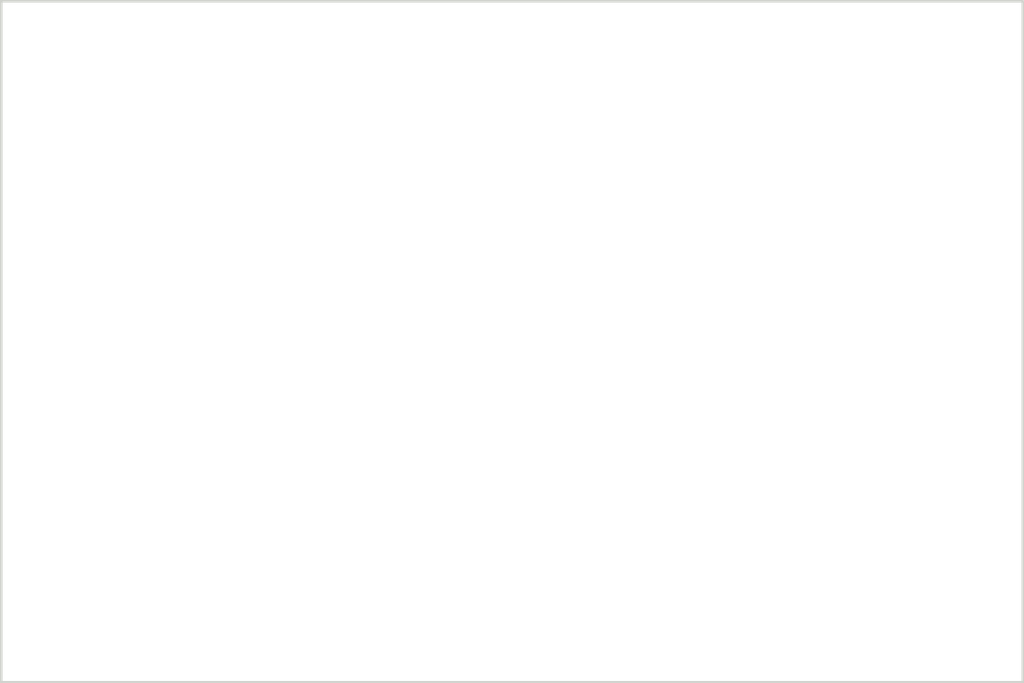
<source format=kicad_pcb>
(kicad_pcb (version 20231120) (generator "pcbgen")
  (general (thickness 1.6))
  (paper "A4")
  (layers
    (0 "F.Cu" signal)
    (31 "B.Cu" signal)
    (36 "B.SilkS" user)
    (37 "F.SilkS" user)
    (38 "B.Mask" user)
    (39 "F.Mask" user)
    (40 "Dwgs.User" user)
    (44 "Edge.Cuts" user)
    (46 "B.CrtYd" user)
    (47 "F.CrtYd" user)
    (48 "B.Fab" user)
    (49 "F.Fab" user)
  )
  (setup
    (pcbplotparams
      (layerselection 0x00010fc_ffffffff)
      (usegerberattributes true)
      (usegerberadvancedattributes true)
      (creategerberjobfile true)
      (outputdirectory "")
    )
  )
  (gr_rect (start 0 0) (end 60 40)
    (stroke (width 0.15) (type solid))
    (fill none)
    (layer "Edge.Cuts")
  )
)

</source>
